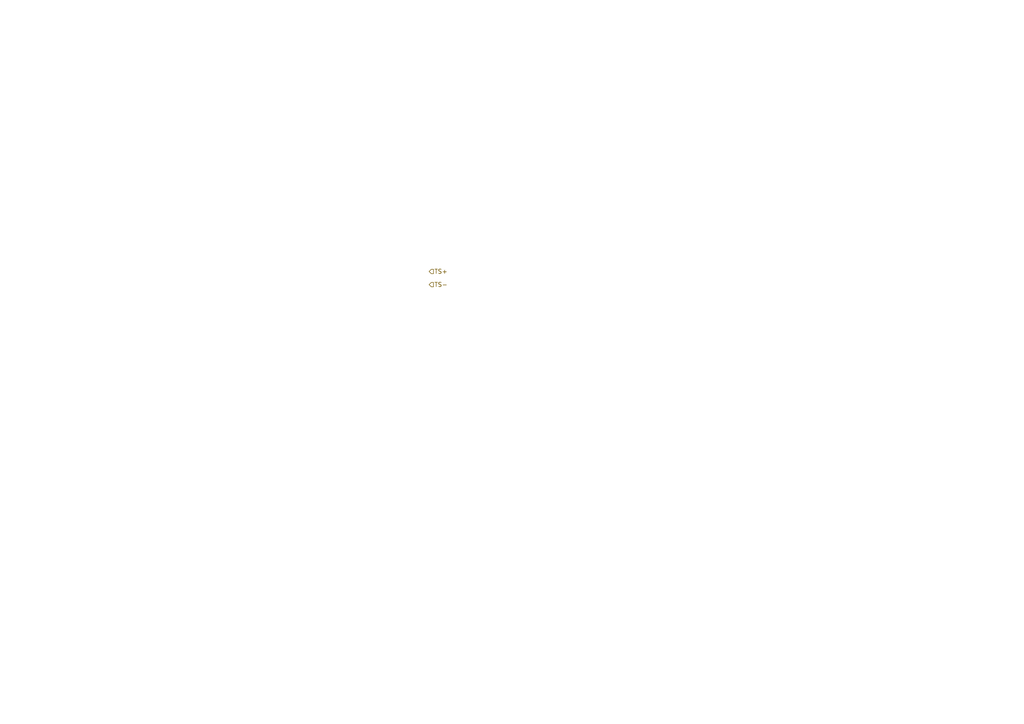
<source format=kicad_sch>
(kicad_sch
	(version 20250114)
	(generator "eeschema")
	(generator_version "9.0")
	(uuid "3a9f3b3b-7ef3-4c81-b6dc-cb0ae039cb19")
	(paper "A4")
	(lib_symbols)
	(hierarchical_label "TS-"
		(shape input)
		(at 124.46 82.55 0)
		(effects
			(font
				(size 1.27 1.27)
			)
			(justify left)
		)
		(uuid "a47f2768-7f28-4b84-a40c-8b0b2d56f467")
	)
	(hierarchical_label "TS+"
		(shape input)
		(at 124.46 78.74 0)
		(effects
			(font
				(size 1.27 1.27)
			)
			(justify left)
		)
		(uuid "d8c6ec78-c0bb-4b17-8f89-23f2475a6ab3")
	)
)

</source>
